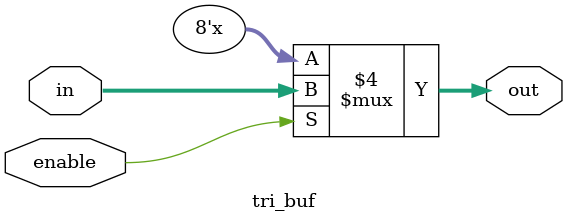
<source format=v>
module tri_buf(in, out, enable);
	parameter LEN = 8;

	input[LEN-1:0] in;
	output reg[LEN-1:0] out;
	input enable;
	
	initial begin
		out = {(LEN){1'bz}};
	end
	
	always @(enable or in) begin
		
		if (enable) begin
			out = in;
		end else begin
			out = {(LEN){1'bz}};
		end
	end

endmodule
</source>
